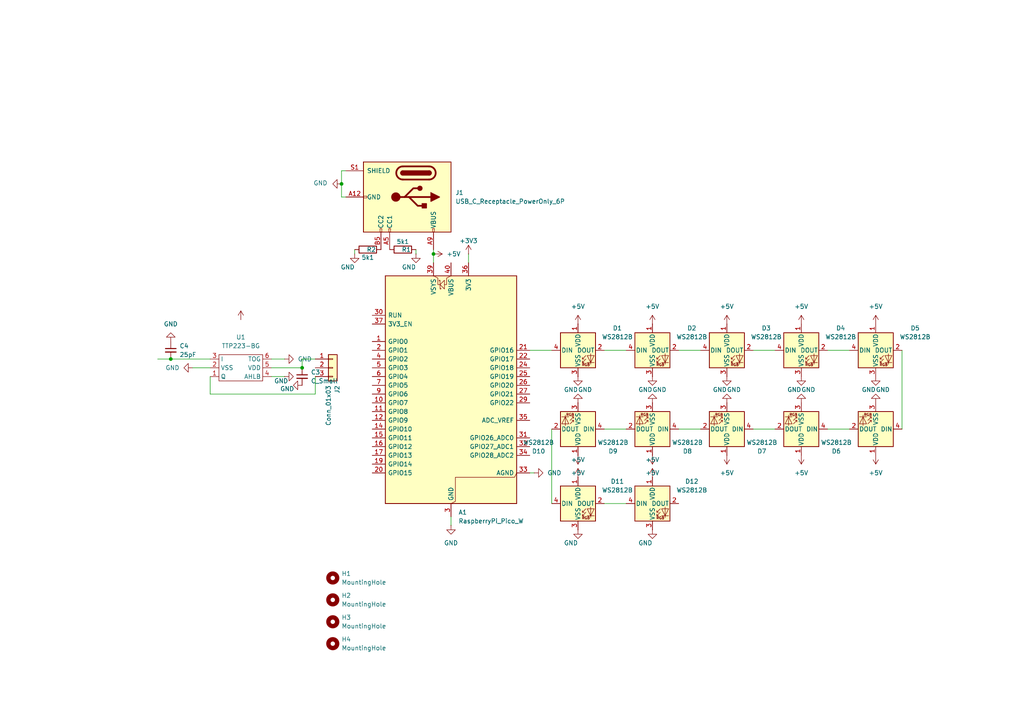
<source format=kicad_sch>
(kicad_sch (version 20250114) (generator "eeschema") (generator_version "9.0")
  (paper "A4")
  (lib_symbols
    (symbol "CM4:TTP223-BA6"
      (property "Reference" "U" (at 0 0 0))
      (symbol "TTP223-BA6_0_1"
        (rectangle (start -6.35 3.81) (end 6.35 -3.81))
      )
      (symbol "TTP223-BA6_1_1"
        (pin passive line (at -8.89 2.54 0) (length 2.54) (name "I") (number "3"))
        (pin passive line (at -8.89 0 0) (length 2.54) (name "VSS") (number "2"))
        (pin passive line (at -8.89 -2.54 0) (length 2.54) (name "Q") (number "1"))
        (pin passive line (at 8.89 2.54 180) (length 2.54) (name "TOG") (number "6"))
        (pin passive line (at 8.89 0 180) (length 2.54) (name "VDD") (number "5"))
        (pin passive line (at 8.89 -2.54 180) (length 2.54) (name "AHLB") (number "4"))
      )
    )
    (symbol "Connector:USB_C_Receptacle_PowerOnly_6P" (pin_names (offset 1.016))
      (property "Reference" "J" (at 0 16.51 0))
      (property "Value" "USB_C_Receptacle_PowerOnly_6P" (at 0 13.97 0))
      (symbol "USB_C_Receptacle_PowerOnly_6P_0_0"
        (rectangle (start -0.254 -12.7) (end 0.254 -11.684))
        (rectangle (start 10.16 7.874) (end 9.144 7.366))
        (rectangle (start 10.16 -4.826) (end 9.144 -5.334))
        (rectangle (start 10.16 -7.366) (end 9.144 -7.874))
      )
      (symbol "USB_C_Receptacle_PowerOnly_6P_0_1"
        (rectangle (start -10.16 12.7) (end 10.16 -12.7) (stroke (width 0.254)) (fill (type background)))
        (polyline (pts (xy -8.89 -1.27) (xy -8.89 6.35)) (stroke (width 0.508)))
        (rectangle (start -7.62 -1.27) (end -6.35 6.35) (stroke (width 0.254)) (fill (type outline)))
        (arc (start -7.62 6.35) (mid -6.985 6.9823) (end -6.35 6.35) (stroke (width 0.254)))
        (arc (start -7.62 6.35) (mid -6.985 6.9823) (end -6.35 6.35) (stroke (width 0.254)) (fill (type outline)))
        (arc (start -8.89 6.35) (mid -6.985 8.2467) (end -5.08 6.35) (stroke (width 0.508)))
        (arc (start -5.08 -1.27) (mid -6.985 -3.1667) (end -8.89 -1.27) (stroke (width 0.508)))
        (arc (start -6.35 -1.27) (mid -6.985 -1.9023) (end -7.62 -1.27) (stroke (width 0.254)))
        (arc (start -6.35 -1.27) (mid -6.985 -1.9023) (end -7.62 -1.27) (stroke (width 0.254)) (fill (type outline)))
        (polyline (pts (xy -5.08 6.35) (xy -5.08 -1.27)) (stroke (width 0.508)))
        (circle (center -2.54 3.683) (radius 0.635) (stroke (width 0.254)) (fill (type outline)))
        (polyline (pts (xy -1.27 6.858) (xy 0 9.398) (xy 1.27 6.858) (xy -1.27 6.858)) (stroke (width 0.254)) (fill (type outline)))
        (polyline (pts (xy 0 0.508) (xy 2.54 3.048) (xy 2.54 4.318)) (stroke (width 0.508)))
        (polyline (pts (xy 0 -0.762) (xy -2.54 1.778) (xy -2.54 3.048)) (stroke (width 0.508)))
        (polyline (pts (xy 0 -3.302) (xy 0 6.858)) (stroke (width 0.508)))
        (circle (center 0 -3.302) (radius 1.27) (fill (type outline)))
        (rectangle (start 1.905 4.318) (end 3.175 5.588) (stroke (width 0.254)) (fill (type outline)))
      )
      (symbol "USB_C_Receptacle_PowerOnly_6P_1_1"
        (pin passive line (at -7.62 -17.78 90) (length 5.08) (name "SHIELD") (number "S1"))
        (pin passive line (at 0 -17.78 90) (length 5.08) (name "GND") (number "A12"))
        (pin passive line (at 0 -17.78 90) (length 5.08) (hide yes) (name "GND") (number "B12"))
        (pin passive line (at 15.24 7.62 180) (length 5.08) (name "VBUS") (number "A9"))
        (pin passive line (at 15.24 7.62 180) (length 5.08) (hide yes) (name "VBUS") (number "B9"))
        (pin bidirectional line (at 15.24 -5.08 180) (length 5.08) (name "CC1") (number "A5"))
        (pin bidirectional line (at 15.24 -7.62 180) (length 5.08) (name "CC2") (number "B5"))
      )
    )
    (symbol "Connector_Generic:Conn_01x03" (pin_names (offset 1.016) (hide yes))
      (property "Reference" "J" (at 0 5.08 0))
      (property "Value" "Conn_01x03" (at 0 -5.08 0))
      (symbol "Conn_01x03_1_1"
        (rectangle (start -1.27 3.81) (end 1.27 -3.81) (stroke (width 0.254)) (fill (type background)))
        (rectangle (start -1.27 2.667) (end 0 2.413) (stroke (width 0.1524)))
        (rectangle (start -1.27 0.127) (end 0 -0.127) (stroke (width 0.1524)))
        (rectangle (start -1.27 -2.413) (end 0 -2.667) (stroke (width 0.1524)))
        (pin passive line (at -5.08 2.54 0) (length 3.81) (name "Pin_1") (number "1"))
        (pin passive line (at -5.08 0 0) (length 3.81) (name "Pin_2") (number "2"))
        (pin passive line (at -5.08 -2.54 0) (length 3.81) (name "Pin_3") (number "3"))
      )
    )
    (symbol "Device:C_Small" (pin_numbers (hide yes)) (pin_names (offset 0.254) (hide yes))
      (property "Reference" "C" (at 0.254 1.778 0))
      (property "Value" "C_Small" (at 0.254 -2.032 0))
      (symbol "C_Small_0_1"
        (polyline (pts (xy -1.524 0.508) (xy 1.524 0.508)) (stroke (width 0.3048)))
        (polyline (pts (xy -1.524 -0.508) (xy 1.524 -0.508)) (stroke (width 0.3302)))
      )
      (symbol "C_Small_1_1"
        (pin passive line (at 0 2.54 270) (length 2.032) (name "~") (number "1"))
        (pin passive line (at 0 -2.54 90) (length 2.032) (name "~") (number "2"))
      )
    )
    (symbol "Device:R" (pin_numbers (hide yes)) (pin_names (offset 0))
      (property "Reference" "R" (at 2.032 0 90))
      (property "Value" "R" (at 0 0 90))
      (symbol "R_0_1"
        (rectangle (start -1.016 -2.54) (end 1.016 2.54) (stroke (width 0.254)))
      )
      (symbol "R_1_1"
        (pin passive line (at 0 3.81 270) (length 1.27) (name "~") (number "1"))
        (pin passive line (at 0 -3.81 90) (length 1.27) (name "~") (number "2"))
      )
    )
    (symbol "LED:WS2812B" (pin_names (offset 0.254))
      (property "Reference" "D" (at 5.08 5.715 0))
      (property "Value" "WS2812B" (at 1.27 -5.715 0))
      (symbol "WS2812B_0_0"
        (text "RGB" (at 2.286 -4.191 0) (effects (font (size 0.762 0.762))))
      )
      (symbol "WS2812B_0_1"
        (polyline (pts (xy 1.27 -2.54) (xy 1.778 -2.54)))
        (polyline (pts (xy 1.27 -3.556) (xy 1.778 -3.556)))
        (polyline (pts (xy 2.286 -1.524) (xy 1.27 -2.54) (xy 1.27 -2.032)))
        (polyline (pts (xy 2.286 -2.54) (xy 1.27 -3.556) (xy 1.27 -3.048)))
        (polyline (pts (xy 3.683 -1.016) (xy 3.683 -3.556) (xy 3.683 -4.064)))
        (polyline (pts (xy 4.699 -1.524) (xy 2.667 -1.524) (xy 3.683 -3.556) (xy 4.699 -1.524)))
        (polyline (pts (xy 4.699 -3.556) (xy 2.667 -3.556)))
        (rectangle (start 5.08 5.08) (end -5.08 -5.08) (stroke (width 0.254)) (fill (type background)))
      )
      (symbol "WS2812B_1_1"
        (pin input line (at -7.62 0 0) (length 2.54) (name "DIN") (number "4"))
        (pin power_in line (at 0 7.62 270) (length 2.54) (name "VDD") (number "1"))
        (pin power_in line (at 0 -7.62 90) (length 2.54) (name "VSS") (number "3"))
        (pin output line (at 7.62 0 180) (length 2.54) (name "DOUT") (number "2"))
      )
    )
    (symbol "MCU_Module:RaspberryPi_Pico_W" (pin_names (offset 0.762))
      (property "Reference" "A" (at -19.05 35.56 0))
      (property "Value" "RaspberryPi_Pico_W" (at 7.62 35.56 0))
      (symbol "RaspberryPi_Pico_W_0_1"
        (rectangle (start -19.05 34.29) (end 19.05 -31.75) (stroke (width 0.254)) (fill (type background)))
        (polyline (pts (xy -5.08 34.29) (xy -3.81 33.655) (xy -3.81 31.75) (xy -3.175 31.75)))
        (polyline (pts (xy -3.429 32.766) (xy -3.429 33.02) (xy -3.175 33.02) (xy -3.175 30.48) (xy -2.921 30.48) (xy -2.921 30.734)))
        (polyline (pts (xy -3.175 31.75) (xy -1.905 33.02) (xy -1.905 30.48) (xy -3.175 31.75)))
        (polyline (pts (xy 0 34.29) (xy -1.27 33.655) (xy -1.27 31.75) (xy -1.905 31.75)))
        (polyline (pts (xy 0 -31.75) (xy 1.27 -31.115) (xy 1.27 -24.13) (xy 18.415 -24.13) (xy 19.05 -22.86)))
      )
      (symbol "RaspberryPi_Pico_W_1_1"
        (pin passive line (at -22.86 22.86 0) (length 3.81) (name "RUN") (number "30"))
        (pin passive line (at -22.86 20.32 0) (length 3.81) (name "3V3_EN") (number "37"))
        (pin bidirectional line (at -22.86 15.24 0) (length 3.81) (name "GPIO0") (number "1"))
        (pin bidirectional line (at -22.86 12.7 0) (length 3.81) (name "GPIO1") (number "2"))
        (pin bidirectional line (at -22.86 10.16 0) (length 3.81) (name "GPIO2") (number "4"))
        (pin bidirectional line (at -22.86 7.62 0) (length 3.81) (name "GPIO3") (number "5"))
        (pin bidirectional line (at -22.86 5.08 0) (length 3.81) (name "GPIO4") (number "6"))
        (pin bidirectional line (at -22.86 2.54 0) (length 3.81) (name "GPIO5") (number "7"))
        (pin bidirectional line (at -22.86 0 0) (length 3.81) (name "GPIO6") (number "9"))
        (pin bidirectional line (at -22.86 -2.54 0) (length 3.81) (name "GPIO7") (number "10"))
        (pin bidirectional line (at -22.86 -5.08 0) (length 3.81) (name "GPIO8") (number "11"))
        (pin bidirectional line (at -22.86 -7.62 0) (length 3.81) (name "GPIO9") (number "12"))
        (pin bidirectional line (at -22.86 -10.16 0) (length 3.81) (name "GPIO10") (number "14"))
        (pin bidirectional line (at -22.86 -12.7 0) (length 3.81) (name "GPIO11") (number "15"))
        (pin bidirectional line (at -22.86 -15.24 0) (length 3.81) (name "GPIO12") (number "16"))
        (pin bidirectional line (at -22.86 -17.78 0) (length 3.81) (name "GPIO13") (number "17"))
        (pin bidirectional line (at -22.86 -20.32 0) (length 3.81) (name "GPIO14") (number "19"))
        (pin bidirectional line (at -22.86 -22.86 0) (length 3.81) (name "GPIO15") (number "20"))
        (pin power_in line (at -5.08 38.1 270) (length 3.81) (name "VSYS") (number "39"))
        (pin power_out line (at 0 38.1 270) (length 3.81) (name "VBUS") (number "40"))
        (pin passive line (at 0 -35.56 90) (length 3.81) (hide yes) (name "GND") (number "13"))
        (pin passive line (at 0 -35.56 90) (length 3.81) (hide yes) (name "GND") (number "18"))
        (pin passive line (at 0 -35.56 90) (length 3.81) (hide yes) (name "GND") (number "23"))
        (pin passive line (at 0 -35.56 90) (length 3.81) (hide yes) (name "GND") (number "28"))
        (pin power_out line (at 0 -35.56 90) (length 3.81) (name "GND") (number "3"))
        (pin passive line (at 0 -35.56 90) (length 3.81) (hide yes) (name "GND") (number "38"))
        (pin passive line (at 0 -35.56 90) (length 3.81) (hide yes) (name "GND") (number "8"))
        (pin power_out line (at 5.08 38.1 270) (length 3.81) (name "3V3") (number "36"))
        (pin bidirectional line (at 22.86 12.7 180) (length 3.81) (name "GPIO16") (number "21"))
        (pin bidirectional line (at 22.86 10.16 180) (length 3.81) (name "GPIO17") (number "22"))
        (pin bidirectional line (at 22.86 7.62 180) (length 3.81) (name "GPIO18") (number "24"))
        (pin bidirectional line (at 22.86 5.08 180) (length 3.81) (name "GPIO19") (number "25"))
        (pin bidirectional line (at 22.86 2.54 180) (length 3.81) (name "GPIO20") (number "26"))
        (pin bidirectional line (at 22.86 0 180) (length 3.81) (name "GPIO21") (number "27"))
        (pin bidirectional line (at 22.86 -2.54 180) (length 3.81) (name "GPIO22") (number "29"))
        (pin power_in line (at 22.86 -7.62 180) (length 3.81) (name "ADC_VREF") (number "35"))
        (pin bidirectional line (at 22.86 -12.7 180) (length 3.81) (name "GPIO26_ADC0") (number "31"))
        (pin bidirectional line (at 22.86 -15.24 180) (length 3.81) (name "GPIO27_ADC1") (number "32"))
        (pin bidirectional line (at 22.86 -17.78 180) (length 3.81) (name "GPIO28_ADC2") (number "34"))
        (pin power_out line (at 22.86 -22.86 180) (length 3.81) (name "AGND") (number "33"))
      )
    )
    (symbol "Mechanical:MountingHole" (pin_names (offset 1.016)) (in_bom no)
      (property "Reference" "H" (at 0 5.08 0))
      (property "Value" "MountingHole" (at 0 3.175 0))
      (symbol "MountingHole_0_1"
        (circle (center 0 0) (radius 1.27) (stroke (width 1.27)))
      )
    )
    (symbol "power:+3V3" (power) (pin_numbers (hide yes)) (pin_names (offset 0) (hide yes))
      (property "Value" "+3V3" (at 0 3.556 0))
      (symbol "+3V3_0_1"
        (polyline (pts (xy -0.762 1.27) (xy 0 2.54)))
        (polyline (pts (xy 0 2.54) (xy 0.762 1.27)))
        (polyline (pts (xy 0 0) (xy 0 2.54)))
      )
      (symbol "+3V3_1_1"
        (pin power_in line (at 0 0 90) (length 0) (name "~") (number "1"))
      )
    )
    (symbol "power:+5V" (power) (pin_numbers (hide yes)) (pin_names (offset 0) (hide yes))
      (property "Value" "+5V" (at 0 3.556 0))
      (symbol "+5V_0_1"
        (polyline (pts (xy -0.762 1.27) (xy 0 2.54)))
        (polyline (pts (xy 0 2.54) (xy 0.762 1.27)))
        (polyline (pts (xy 0 0) (xy 0 2.54)))
      )
      (symbol "+5V_1_1"
        (pin power_in line (at 0 0 90) (length 0) (name "~") (number "1"))
      )
    )
    (symbol "power:GND" (power) (pin_numbers (hide yes)) (pin_names (offset 0) (hide yes))
      (property "Value" "GND" (at 0 -3.81 0))
      (symbol "GND_0_1"
        (polyline (pts (xy 0 0) (xy 0 -1.27) (xy 1.27 -1.27) (xy 0 -2.54) (xy -1.27 -1.27) (xy 0 -1.27)))
      )
      (symbol "GND_1_1"
        (pin power_in line (at 0 0 270) (length 0) (name "~") (number "1"))
      )
    )
  )
  (junction (at 49.53 104.14))
  (junction (at 99.06 53.34))
  (junction (at 125.73 73.66))
  (junction (at 87.63 106.68))
  (wire (pts (xy 240.03 101.6) (xy 246.38 101.6)))
  (wire (pts (xy 55.88 106.68) (xy 60.96 106.68)))
  (wire (pts (xy 135.89 73.66) (xy 135.89 76.2)))
  (wire (pts (xy 153.67 137.16) (xy 154.94 137.16)))
  (wire (pts (xy 60.96 109.22) (xy 60.96 114.3)))
  (wire (pts (xy 153.67 101.6) (xy 160.02 101.6)))
  (wire (pts (xy 175.26 146.05) (xy 181.61 146.05)))
  (wire (pts (xy 120.65 72.39) (xy 120.65 73.66)))
  (wire (pts (xy 203.2 124.46) (xy 196.85 124.46)))
  (wire (pts (xy 102.87 72.39) (xy 102.87 73.66)))
  (wire (pts (xy 99.06 49.53) (xy 99.06 53.34)))
  (wire (pts (xy 87.63 104.14) (xy 91.44 104.14)))
  (wire (pts (xy 49.53 104.14) (xy 60.96 104.14)))
  (wire (pts (xy 125.73 73.66) (xy 125.73 76.2)))
  (wire (pts (xy 87.63 106.68) (xy 87.63 104.14)))
  (wire (pts (xy 78.74 106.68) (xy 87.63 106.68)))
  (wire (pts (xy 125.73 72.39) (xy 125.73 73.66)))
  (wire (pts (xy 160.02 124.46) (xy 160.02 146.05)))
  (wire (pts (xy 91.44 109.22) (xy 91.44 114.3)))
  (wire (pts (xy 175.26 101.6) (xy 181.61 101.6)))
  (wire (pts (xy 261.62 101.6) (xy 261.62 124.46)))
  (wire (pts (xy 246.38 124.46) (xy 240.03 124.46)))
  (wire (pts (xy 78.74 104.14) (xy 82.55 104.14)))
  (wire (pts (xy 218.44 101.6) (xy 224.79 101.6)))
  (wire (pts (xy 99.06 53.34) (xy 99.06 57.15)))
  (wire (pts (xy 181.61 124.46) (xy 175.26 124.46)))
  (wire (pts (xy 78.74 109.22) (xy 82.55 109.22)))
  (wire (pts (xy 130.81 149.86) (xy 130.81 152.4)))
  (wire (pts (xy 196.85 101.6) (xy 203.2 101.6)))
  (wire (pts (xy 60.96 114.3) (xy 91.44 114.3)))
  (wire (pts (xy 100.33 49.53) (xy 99.06 49.53)))
  (wire (pts (xy 99.06 57.15) (xy 100.33 57.15)))
  (wire (pts (xy 45.72 104.14) (xy 49.53 104.14)))
  (wire (pts (xy 224.79 124.46) (xy 218.44 124.46)))
  (symbol (lib_id "power:+5V") (at 210.82 93.98 0) (unit 1)
    (property "Reference" "#PWR032" (effects (hide yes)))
    (property "Value" "+5V" (at 210.82 88.9 0))
    (property "Description" "Power symbol creates a global label with name \"+5V\"" (effects (hide yes)))
  )
  (symbol (lib_id "power:GND") (at 120.65 73.66 0) (unit 1)
    (property "Reference" "#PWR03" (effects (hide yes)))
    (property "Value" "GND" (at 120.65 77.47 0) (effects (justify right)))
    (property "Description" "Power symbol creates a global label with name \"GND\" , ground" (effects (hide yes)))
  )
  (symbol (lib_id "LED:WS2812B") (at 167.64 124.46 180) (unit 1)
    (property "Reference" "D10" (at 156.21 130.8802 0))
    (property "Value" "WS2812B" (at 156.21 128.3402 0))
    (property "Footprint" "LED_SMD:LED_WS2812B_PLCC4_5.0x5.0mm_P3.2mm" (effects (hide yes)))
    (property "Datasheet" "https://cdn-shop.adafruit.com/datasheets/WS2812B.pdf" (effects (hide yes)))
    (property "Description" "RGB LED with integrated controller" (effects (hide yes)))
  )
  (symbol (lib_id "Mechanical:MountingHole") (at 96.52 173.99 0) (unit 1) (in_bom no)
    (property "Reference" "H2" (at 99.06 172.7199 0) (effects (justify left)))
    (property "Value" "MountingHole" (at 99.06 175.2599 0) (effects (justify left)))
    (property "Footprint" "MountingHole:MountingHole_3.2mm_M3" (effects (hide yes)))
    (property "Description" "Mounting Hole without connection" (effects (hide yes)))
  )
  (symbol (lib_id "LED:WS2812B") (at 189.23 124.46 180) (unit 1)
    (property "Reference" "D9" (at 177.8 130.8802 0))
    (property "Value" "WS2812B" (at 177.8 128.3402 0))
    (property "Footprint" "LED_SMD:LED_WS2812B_PLCC4_5.0x5.0mm_P3.2mm" (effects (hide yes)))
    (property "Datasheet" "https://cdn-shop.adafruit.com/datasheets/WS2812B.pdf" (effects (hide yes)))
    (property "Description" "RGB LED with integrated controller" (effects (hide yes)))
  )
  (symbol (lib_id "power:GND") (at 232.41 109.22 0) (unit 1)
    (property "Reference" "#PWR09" (effects (hide yes)))
    (property "Value" "GND" (at 232.41 113.03 0) (effects (justify right)))
    (property "Description" "Power symbol creates a global label with name \"GND\" , ground" (effects (hide yes)))
  )
  (symbol (lib_id "power:GND") (at 82.55 109.22 90) (unit 1)
    (property "Reference" "#PWR035" (effects (hide yes)))
    (property "Value" "GND" (at 79.502 110.49 90) (effects (justify right)))
    (property "Description" "Power symbol creates a global label with name \"GND\" , ground" (effects (hide yes)))
  )
  (symbol (lib_id "power:GND") (at 55.88 106.68 270) (unit 1)
    (property "Reference" "#PWR029" (effects (hide yes)))
    (property "Value" "GND" (at 52.07 106.6799 90) (effects (justify right)))
    (property "Description" "Power symbol creates a global label with name \"GND\" , ground" (effects (hide yes)))
  )
  (symbol (lib_id "power:GND") (at 189.23 116.84 180) (unit 1)
    (property "Reference" "#PWR014" (effects (hide yes)))
    (property "Value" "GND" (at 189.23 113.03 0) (effects (justify right)))
    (property "Description" "Power symbol creates a global label with name \"GND\" , ground" (effects (hide yes)))
  )
  (symbol (lib_id "power:GND") (at 167.64 116.84 180) (unit 1)
    (property "Reference" "#PWR015" (effects (hide yes)))
    (property "Value" "GND" (at 167.64 113.03 0) (effects (justify right)))
    (property "Description" "Power symbol creates a global label with name \"GND\" , ground" (effects (hide yes)))
  )
  (symbol (lib_id "LED:WS2812B") (at 254 124.46 180) (unit 1)
    (property "Reference" "D6" (at 242.57 130.8802 0))
    (property "Value" "WS2812B" (at 242.57 128.3402 0))
    (property "Footprint" "LED_SMD:LED_WS2812B_PLCC4_5.0x5.0mm_P3.2mm" (effects (hide yes)))
    (property "Datasheet" "https://cdn-shop.adafruit.com/datasheets/WS2812B.pdf" (effects (hide yes)))
    (property "Description" "RGB LED with integrated controller" (effects (hide yes)))
  )
  (symbol (lib_id "power:GND") (at 254 116.84 180) (unit 1)
    (property "Reference" "#PWR011" (effects (hide yes)))
    (property "Value" "GND" (at 254 113.03 0) (effects (justify right)))
    (property "Description" "Power symbol creates a global label with name \"GND\" , ground" (effects (hide yes)))
  )
  (symbol (lib_id "power:+3V3") (at 135.89 73.66 0) (unit 1)
    (property "Reference" "#PWR028" (effects (hide yes)))
    (property "Value" "+3V3" (at 135.89 69.85 0))
    (property "Description" "Power symbol creates a global label with name \"+3V3\"" (effects (hide yes)))
  )
  (symbol (lib_id "power:GND") (at 102.87 73.66 0) (unit 1)
    (property "Reference" "#PWR04" (effects (hide yes)))
    (property "Value" "GND" (at 102.87 77.47 0) (effects (justify right)))
    (property "Description" "Power symbol creates a global label with name \"GND\" , ground" (effects (hide yes)))
  )
  (symbol (lib_id "power:+5V") (at 232.41 132.08 180) (unit 1)
    (property "Reference" "#PWR018" (effects (hide yes)))
    (property "Value" "+5V" (at 232.41 137.16 0))
    (property "Description" "Power symbol creates a global label with name \"+5V\"" (effects (hide yes)))
  )
  (symbol (lib_id "power:+5V") (at 189.23 132.08 180) (unit 1)
    (property "Reference" "#PWR030" (effects (hide yes)))
    (property "Value" "+5V" (at 189.23 137.16 0))
    (property "Description" "Power symbol creates a global label with name \"+5V\"" (effects (hide yes)))
  )
  (symbol (lib_id "power:+5V") (at 254 93.98 0) (unit 1)
    (property "Reference" "#PWR034" (effects (hide yes)))
    (property "Value" "+5V" (at 254 88.9 0))
    (property "Description" "Power symbol creates a global label with name \"+5V\"" (effects (hide yes)))
  )
  (symbol (lib_id "LED:WS2812B") (at 167.64 101.6 0) (unit 1)
    (property "Reference" "D1" (at 179.07 95.1798 0))
    (property "Value" "WS2812B" (at 179.07 97.7198 0))
    (property "Footprint" "LED_SMD:LED_WS2812B_PLCC4_5.0x5.0mm_P3.2mm" (effects (hide yes)))
    (property "Datasheet" "https://cdn-shop.adafruit.com/datasheets/WS2812B.pdf" (effects (hide yes)))
    (property "Description" "RGB LED with integrated controller" (effects (hide yes)))
  )
  (symbol (lib_id "LED:WS2812B") (at 189.23 101.6 0) (unit 1)
    (property "Reference" "D2" (at 200.66 95.1798 0))
    (property "Value" "WS2812B" (at 200.66 97.7198 0))
    (property "Footprint" "LED_SMD:LED_WS2812B_PLCC4_5.0x5.0mm_P3.2mm" (effects (hide yes)))
    (property "Datasheet" "https://cdn-shop.adafruit.com/datasheets/WS2812B.pdf" (effects (hide yes)))
    (property "Description" "RGB LED with integrated controller" (effects (hide yes)))
  )
  (symbol (lib_id "power:+5V") (at 167.64 93.98 0) (unit 1)
    (property "Reference" "#PWR024" (effects (hide yes)))
    (property "Value" "+5V" (at 167.64 88.9 0))
    (property "Description" "Power symbol creates a global label with name \"+5V\"" (effects (hide yes)))
  )
  (symbol (lib_id "power:+5V") (at 189.23 138.43 0) (unit 1)
    (property "Reference" "#PWR023" (effects (hide yes)))
    (property "Value" "+5V" (at 189.23 133.35 0))
    (property "Description" "Power symbol creates a global label with name \"+5V\"" (effects (hide yes)))
  )
  (symbol (lib_id "MCU_Module:RaspberryPi_Pico_W") (at 130.81 114.3 0) (unit 1)
    (property "Reference" "A1" (at 132.9533 148.59 0) (effects (justify left)))
    (property "Value" "RaspberryPi_Pico_W" (at 132.9533 151.13 0) (effects (justify left)))
    (property "Footprint" "Module:RaspberryPi_Pico_W_SMD_HandSolder" (effects (hide yes)))
    (property "Datasheet" "https://datasheets.raspberrypi.com/picow/pico-w-datasheet.pdf" (effects (hide yes)))
    (property "Description" "Versatile and inexpensive wireless microcontroller module powered by RP2040 dual-core Arm Cortex-M0+ processor up to 133 MHz, 264kB SRAM, 2MB QSPI flash, Infineon CYW43439 2.4GHz 802.11n wireless LAN; also supports Raspberry Pi Pico 2 W" (effects (hide yes)))
  )
  (symbol (lib_id "power:GND") (at 189.23 153.67 0) (unit 1)
    (property "Reference" "#PWR017" (effects (hide yes)))
    (property "Value" "GND" (at 189.23 157.48 0) (effects (justify right)))
    (property "Description" "Power symbol creates a global label with name \"GND\" , ground" (effects (hide yes)))
  )
  (symbol (lib_id "power:+3V3") (at 69.85 92.71 0) (unit 1)
    (property "Reference" "#PWR026" (effects (hide yes)))
    (property "Value" "+3V3" (effects (hide yes)))
    (property "Description" "Power symbol creates a global label with name \"+3V3\"" (effects (hide yes)))
  )
  (symbol (lib_id "Mechanical:MountingHole") (at 96.52 186.69 0) (unit 1) (in_bom no)
    (property "Reference" "H4" (at 99.06 185.4199 0) (effects (justify left)))
    (property "Value" "MountingHole" (at 99.06 187.9599 0) (effects (justify left)))
    (property "Footprint" "MountingHole:MountingHole_3.2mm_M3" (effects (hide yes)))
    (property "Description" "Mounting Hole without connection" (effects (hide yes)))
  )
  (symbol (lib_id "Mechanical:MountingHole") (at 96.52 167.64 0) (unit 1) (in_bom no)
    (property "Reference" "H1" (at 99.06 166.3699 0) (effects (justify left)))
    (property "Value" "MountingHole" (at 99.06 168.9099 0) (effects (justify left)))
    (property "Footprint" "MountingHole:MountingHole_3.2mm_M3" (effects (hide yes)))
    (property "Description" "Mounting Hole without connection" (effects (hide yes)))
  )
  (symbol (lib_id "power:GND") (at 210.82 116.84 180) (unit 1)
    (property "Reference" "#PWR013" (effects (hide yes)))
    (property "Value" "GND" (at 210.82 113.03 0) (effects (justify right)))
    (property "Description" "Power symbol creates a global label with name \"GND\" , ground" (effects (hide yes)))
  )
  (symbol (lib_id "Connector:USB_C_Receptacle_PowerOnly_6P") (at 118.11 57.15 270) (unit 1)
    (property "Reference" "J1" (at 132.08 55.8799 90) (effects (justify left)))
    (property "Value" "USB_C_Receptacle_PowerOnly_6P" (at 132.08 58.4199 90) (effects (justify left)))
    (property "Footprint" "Connector_USB:USB_C_Receptacle_GCT_USB4125-xx-x-0190_6P_TopMnt_Horizontal" (effects (hide yes)))
    (property "Datasheet" "https://www.usb.org/sites/default/files/documents/usb_type-c.zip" (effects (hide yes)))
    (property "Description" "USB Power-Only 6P Type-C Receptacle connector" (effects (hide yes)))
  )
  (symbol (lib_id "power:GND") (at 254 109.22 0) (unit 1)
    (property "Reference" "#PWR010" (effects (hide yes)))
    (property "Value" "GND" (at 254 113.03 0) (effects (justify right)))
    (property "Description" "Power symbol creates a global label with name \"GND\" , ground" (effects (hide yes)))
  )
  (symbol (lib_id "power:GND") (at 49.53 99.06 180) (unit 1)
    (property "Reference" "#PWR038" (effects (hide yes)))
    (property "Value" "GND" (at 49.53 93.98 0))
    (property "Description" "Power symbol creates a global label with name \"GND\" , ground" (effects (hide yes)))
  )
  (symbol (lib_id "power:+5V") (at 167.64 132.08 180) (unit 1)
    (property "Reference" "#PWR022" (effects (hide yes)))
    (property "Value" "+5V" (at 167.64 137.16 0))
    (property "Description" "Power symbol creates a global label with name \"+5V\"" (effects (hide yes)))
  )
  (symbol (lib_id "power:GND") (at 99.06 53.34 270) (unit 1)
    (property "Reference" "#PWR01" (effects (hide yes)))
    (property "Value" "GND" (at 94.996 53.086 90) (effects (justify right)))
    (property "Description" "Power symbol creates a global label with name \"GND\" , ground" (effects (hide yes)))
  )
  (symbol (lib_id "power:GND") (at 210.82 109.22 0) (unit 1)
    (property "Reference" "#PWR08" (effects (hide yes)))
    (property "Value" "GND" (at 210.82 113.03 0) (effects (justify right)))
    (property "Description" "Power symbol creates a global label with name \"GND\" , ground" (effects (hide yes)))
  )
  (symbol (lib_id "Mechanical:MountingHole") (at 96.52 180.34 0) (unit 1) (in_bom no)
    (property "Reference" "H3" (at 99.06 179.0699 0) (effects (justify left)))
    (property "Value" "MountingHole" (at 99.06 181.6099 0) (effects (justify left)))
    (property "Footprint" "MountingHole:MountingHole_3.2mm_M3" (effects (hide yes)))
    (property "Description" "Mounting Hole without connection" (effects (hide yes)))
  )
  (symbol (lib_id "power:+5V") (at 254 132.08 180) (unit 1)
    (property "Reference" "#PWR020" (effects (hide yes)))
    (property "Value" "+5V" (at 254 137.16 0))
    (property "Description" "Power symbol creates a global label with name \"+5V\"" (effects (hide yes)))
  )
  (symbol (lib_id "LED:WS2812B") (at 167.64 146.05 0) (unit 1)
    (property "Reference" "D11" (at 179.07 139.6298 0))
    (property "Value" "WS2812B" (at 179.07 142.1698 0))
    (property "Footprint" "LED_SMD:LED_WS2812B_PLCC4_5.0x5.0mm_P3.2mm" (effects (hide yes)))
    (property "Datasheet" "https://cdn-shop.adafruit.com/datasheets/WS2812B.pdf" (effects (hide yes)))
    (property "Description" "RGB LED with integrated controller" (effects (hide yes)))
  )
  (symbol (lib_id "power:+5V") (at 232.41 93.98 0) (unit 1)
    (property "Reference" "#PWR033" (effects (hide yes)))
    (property "Value" "+5V" (at 232.41 88.9 0))
    (property "Description" "Power symbol creates a global label with name \"+5V\"" (effects (hide yes)))
  )
  (symbol (lib_id "power:+5V") (at 167.64 138.43 0) (unit 1)
    (property "Reference" "#PWR021" (effects (hide yes)))
    (property "Value" "+5V" (at 167.64 133.35 0))
    (property "Description" "Power symbol creates a global label with name \"+5V\"" (effects (hide yes)))
  )
  (symbol (lib_id "LED:WS2812B") (at 254 101.6 0) (unit 1)
    (property "Reference" "D5" (at 265.43 95.1798 0))
    (property "Value" "WS2812B" (at 265.43 97.7198 0))
    (property "Footprint" "LED_SMD:LED_WS2812B_PLCC4_5.0x5.0mm_P3.2mm" (effects (hide yes)))
    (property "Datasheet" "https://cdn-shop.adafruit.com/datasheets/WS2812B.pdf" (effects (hide yes)))
    (property "Description" "RGB LED with integrated controller" (effects (hide yes)))
  )
  (symbol (lib_id "power:GND") (at 167.64 109.22 0) (unit 1)
    (property "Reference" "#PWR02" (effects (hide yes)))
    (property "Value" "GND" (at 167.64 113.03 0) (effects (justify right)))
    (property "Description" "Power symbol creates a global label with name \"GND\" , ground" (effects (hide yes)))
  )
  (symbol (lib_id "power:GND") (at 87.63 111.76 270) (unit 1)
    (property "Reference" "#PWR037" (effects (hide yes)))
    (property "Value" "GND" (at 85.344 112.776 90) (effects (justify right)))
    (property "Description" "Power symbol creates a global label with name \"GND\" , ground" (effects (hide yes)))
  )
  (symbol (lib_id "power:GND") (at 167.64 153.67 0) (unit 1)
    (property "Reference" "#PWR016" (effects (hide yes)))
    (property "Value" "GND" (at 167.64 157.48 0) (effects (justify right)))
    (property "Description" "Power symbol creates a global label with name \"GND\" , ground" (effects (hide yes)))
  )
  (symbol (lib_id "Device:C_Small") (at 49.53 101.6 0) (unit 1)
    (property "Reference" "C4" (at 52.07 100.3362 0) (effects (justify left)))
    (property "Value" "25pF" (at 52.07 102.8762 0) (effects (justify left)))
    (property "Footprint" "Capacitor_SMD:C_1812_4532Metric" (effects (hide yes)))
    (property "Description" "Unpolarized capacitor, small symbol" (effects (hide yes)))
  )
  (symbol (lib_id "Connector_Generic:Conn_01x03") (at 96.52 106.68 0) (unit 1)
    (property "Reference" "J2" (at 97.7901 111.76 90) (effects (justify right)))
    (property "Value" "Conn_01x03" (at 95.2501 111.76 90) (effects (justify right)))
    (property "Footprint" "Connector_JST:JST_GH_BM03B-GHS-TBT_1x03-1MP_P1.25mm_Vertical" (effects (hide yes)))
    (property "Description" "Generic connector, single row, 01x03, script generated (kicad-library-utils/schlib/autogen/connector/)" (effects (hide yes)))
  )
  (symbol (lib_id "power:GND") (at 189.23 109.22 0) (unit 1)
    (property "Reference" "#PWR07" (effects (hide yes)))
    (property "Value" "GND" (at 189.23 113.03 0) (effects (justify right)))
    (property "Description" "Power symbol creates a global label with name \"GND\" , ground" (effects (hide yes)))
  )
  (symbol (lib_id "power:+5V") (at 210.82 132.08 180) (unit 1)
    (property "Reference" "#PWR019" (effects (hide yes)))
    (property "Value" "+5V" (at 210.82 137.16 0))
    (property "Description" "Power symbol creates a global label with name \"+5V\"" (effects (hide yes)))
  )
  (symbol (lib_id "power:GND") (at 154.94 137.16 90) (unit 1)
    (property "Reference" "#PWR06" (effects (hide yes)))
    (property "Value" "GND" (at 158.75 137.1599 90) (effects (justify right)))
    (property "Description" "Power symbol creates a global label with name \"GND\" , ground" (effects (hide yes)))
  )
  (symbol (lib_id "power:+5V") (at 125.73 73.66 270) (unit 1)
    (property "Reference" "#PWR025" (effects (hide yes)))
    (property "Value" "+5V" (at 129.54 73.6599 90) (effects (justify left)))
    (property "Description" "Power symbol creates a global label with name \"+5V\"" (effects (hide yes)))
  )
  (symbol (lib_id "power:GND") (at 130.81 152.4 0) (unit 1)
    (property "Reference" "#PWR05" (effects (hide yes)))
    (property "Value" "GND" (at 130.81 157.48 0))
    (property "Description" "Power symbol creates a global label with name \"GND\" , ground" (effects (hide yes)))
  )
  (symbol (lib_id "Device:R") (at 106.68 72.39 270) (unit 1)
    (property "Reference" "R2" (at 107.696 72.39 90))
    (property "Value" "5k1" (at 106.68 74.676 90))
    (property "Description" "Resistor" (effects (hide yes)))
  )
  (symbol (lib_id "power:+5V") (at 189.23 93.98 0) (unit 1)
    (property "Reference" "#PWR031" (effects (hide yes)))
    (property "Value" "+5V" (at 189.23 88.9 0))
    (property "Description" "Power symbol creates a global label with name \"+5V\"" (effects (hide yes)))
  )
  (symbol (lib_id "CM4:TTP223-BA6") (at 69.85 106.68 0) (unit 1)
    (property "Reference" "U1" (at 69.85 97.79 0))
    (property "Value" "TTP223-BG" (at 69.85 100.33 0))
    (property "Footprint" "Package_TO_SOT_SMD:SOT-23-6_Handsoldering" (effects (hide yes)))
  )
  (symbol (lib_id "Device:R") (at 116.84 72.39 270) (unit 1)
    (property "Reference" "R1" (at 117.856 72.39 90))
    (property "Value" "5k1" (at 116.84 70.104 90))
    (property "Description" "Resistor" (effects (hide yes)))
  )
  (symbol (lib_id "LED:WS2812B") (at 210.82 101.6 0) (unit 1)
    (property "Reference" "D3" (at 222.25 95.1798 0))
    (property "Value" "WS2812B" (at 222.25 97.7198 0))
    (property "Footprint" "LED_SMD:LED_WS2812B_PLCC4_5.0x5.0mm_P3.2mm" (effects (hide yes)))
    (property "Datasheet" "https://cdn-shop.adafruit.com/datasheets/WS2812B.pdf" (effects (hide yes)))
    (property "Description" "RGB LED with integrated controller" (effects (hide yes)))
  )
  (symbol (lib_id "LED:WS2812B") (at 232.41 124.46 180) (unit 1)
    (property "Reference" "D7" (at 220.98 130.8802 0))
    (property "Value" "WS2812B" (at 220.98 128.3402 0))
    (property "Footprint" "LED_SMD:LED_WS2812B_PLCC4_5.0x5.0mm_P3.2mm" (effects (hide yes)))
    (property "Datasheet" "https://cdn-shop.adafruit.com/datasheets/WS2812B.pdf" (effects (hide yes)))
    (property "Description" "RGB LED with integrated controller" (effects (hide yes)))
  )
  (symbol (lib_id "LED:WS2812B") (at 189.23 146.05 0) (unit 1)
    (property "Reference" "D12" (at 200.66 139.6298 0))
    (property "Value" "WS2812B" (at 200.66 142.1698 0))
    (property "Footprint" "LED_SMD:LED_WS2812B_PLCC4_5.0x5.0mm_P3.2mm" (effects (hide yes)))
    (property "Datasheet" "https://cdn-shop.adafruit.com/datasheets/WS2812B.pdf" (effects (hide yes)))
    (property "Description" "RGB LED with integrated controller" (effects (hide yes)))
  )
  (symbol (lib_id "LED:WS2812B") (at 210.82 124.46 180) (unit 1)
    (property "Reference" "D8" (at 199.39 130.8802 0))
    (property "Value" "WS2812B" (at 199.39 128.3402 0))
    (property "Footprint" "LED_SMD:LED_WS2812B_PLCC4_5.0x5.0mm_P3.2mm" (effects (hide yes)))
    (property "Datasheet" "https://cdn-shop.adafruit.com/datasheets/WS2812B.pdf" (effects (hide yes)))
    (property "Description" "RGB LED with integrated controller" (effects (hide yes)))
  )
  (symbol (lib_id "power:GND") (at 82.55 104.14 90) (unit 1)
    (property "Reference" "#PWR036" (effects (hide yes)))
    (property "Value" "GND" (at 86.36 104.1399 90) (effects (justify right)))
    (property "Description" "Power symbol creates a global label with name \"GND\" , ground" (effects (hide yes)))
  )
  (symbol (lib_id "power:GND") (at 232.41 116.84 180) (unit 1)
    (property "Reference" "#PWR012" (effects (hide yes)))
    (property "Value" "GND" (at 232.41 113.03 0) (effects (justify right)))
    (property "Description" "Power symbol creates a global label with name \"GND\" , ground" (effects (hide yes)))
  )
  (symbol (lib_id "Device:C_Small") (at 87.63 109.22 0) (unit 1)
    (property "Reference" "C3" (at 90.17 107.9562 0) (effects (justify left)))
    (property "Value" "C_Small" (at 90.17 110.4962 0) (effects (justify left)))
    (property "Footprint" "Capacitor_SMD:C_2220_5750Metric" (effects (hide yes)))
    (property "Description" "Unpolarized capacitor, small symbol" (effects (hide yes)))
  )
  (symbol (lib_id "LED:WS2812B") (at 232.41 101.6 0) (unit 1)
    (property "Reference" "D4" (at 243.84 95.1798 0))
    (property "Value" "WS2812B" (at 243.84 97.7198 0))
    (property "Footprint" "LED_SMD:LED_WS2812B_PLCC4_5.0x5.0mm_P3.2mm" (effects (hide yes)))
    (property "Datasheet" "https://cdn-shop.adafruit.com/datasheets/WS2812B.pdf" (effects (hide yes)))
    (property "Description" "RGB LED with integrated controller" (effects (hide yes)))
  )
)
</source>
